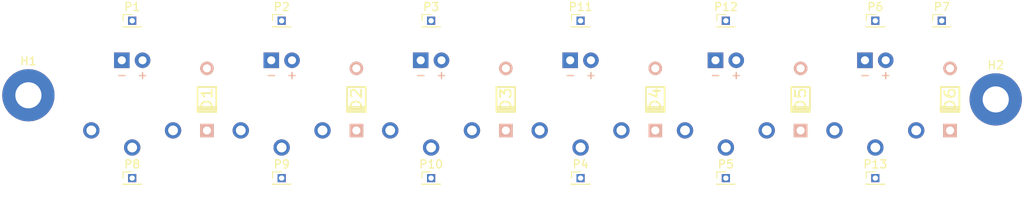
<source format=kicad_pcb>
(kicad_pcb (version 4) (host pcbnew 4.0.7)

  (general
    (links 30)
    (no_connects 30)
    (area 105.544999 61.338 231.259001 86.082)
    (thickness 1.6)
    (drawings 0)
    (tracks 0)
    (zones 0)
    (modules 27)
    (nets 14)
  )

  (page A4)
  (layers
    (0 F.Cu signal)
    (31 B.Cu signal)
    (32 B.Adhes user)
    (33 F.Adhes user)
    (34 B.Paste user)
    (35 F.Paste user)
    (36 B.SilkS user)
    (37 F.SilkS user)
    (38 B.Mask user)
    (39 F.Mask user)
    (40 Dwgs.User user)
    (41 Cmts.User user)
    (42 Eco1.User user)
    (43 Eco2.User user)
    (44 Edge.Cuts user)
    (45 Margin user)
    (46 B.CrtYd user)
    (47 F.CrtYd user)
    (48 B.Fab user)
    (49 F.Fab user)
  )

  (setup
    (last_trace_width 0.25)
    (trace_clearance 0.2)
    (zone_clearance 0.508)
    (zone_45_only no)
    (trace_min 0.2)
    (segment_width 0.2)
    (edge_width 0.1)
    (via_size 0.6)
    (via_drill 0.4)
    (via_min_size 0.4)
    (via_min_drill 0.3)
    (uvia_size 0.3)
    (uvia_drill 0.1)
    (uvias_allowed no)
    (uvia_min_size 0.2)
    (uvia_min_drill 0.1)
    (pcb_text_width 0.3)
    (pcb_text_size 1.5 1.5)
    (mod_edge_width 0.15)
    (mod_text_size 1 1)
    (mod_text_width 0.15)
    (pad_size 1.5 1.5)
    (pad_drill 0.6)
    (pad_to_mask_clearance 0)
    (aux_axis_origin 0 0)
    (visible_elements 7FFFFFFF)
    (pcbplotparams
      (layerselection 0x00030_80000001)
      (usegerberextensions false)
      (excludeedgelayer true)
      (linewidth 0.100000)
      (plotframeref false)
      (viasonmask false)
      (mode 1)
      (useauxorigin false)
      (hpglpennumber 1)
      (hpglpenspeed 20)
      (hpglpendiameter 15)
      (hpglpenoverlay 2)
      (psnegative false)
      (psa4output false)
      (plotreference true)
      (plotvalue true)
      (plotinvisibletext false)
      (padsonsilk false)
      (subtractmaskfromsilk false)
      (outputformat 1)
      (mirror false)
      (drillshape 1)
      (scaleselection 1)
      (outputdirectory ""))
  )

  (net 0 "")
  (net 1 row0)
  (net 2 "Net-(D1-Pad2)")
  (net 3 "Net-(D2-Pad2)")
  (net 4 "Net-(D3-Pad2)")
  (net 5 "Net-(D4-Pad2)")
  (net 6 "Net-(D5-Pad2)")
  (net 7 "Net-(D6-Pad2)")
  (net 8 col0)
  (net 9 col1)
  (net 10 col2)
  (net 11 col3)
  (net 12 col4)
  (net 13 col5)

  (net_class Default "これは標準のネット クラスです。"
    (clearance 0.2)
    (trace_width 0.25)
    (via_dia 0.6)
    (via_drill 0.4)
    (uvia_dia 0.3)
    (uvia_drill 0.1)
    (add_net "Net-(D1-Pad2)")
    (add_net "Net-(D2-Pad2)")
    (add_net "Net-(D3-Pad2)")
    (add_net "Net-(D4-Pad2)")
    (add_net "Net-(D5-Pad2)")
    (add_net "Net-(D6-Pad2)")
    (add_net col0)
    (add_net col1)
    (add_net col2)
    (add_net col3)
    (add_net col4)
    (add_net col5)
    (add_net row0)
  )

  (module keyboard:Diode (layer F.Cu) (tedit 549B02AC) (tstamp 5B11463B)
    (at 131.064 73.66 270)
    (path /5AFF8A98)
    (fp_text reference D1 (at 0 0 270) (layer F.SilkS)
      (effects (font (size 1.27 1.524) (thickness 0.2032)))
    )
    (fp_text value D (at 0 0 270) (layer F.SilkS) hide
      (effects (font (size 1.27 1.524) (thickness 0.2032)))
    )
    (fp_line (start 0.9 1.1) (end 0.9 -1.1) (layer F.SilkS) (width 0.15))
    (fp_line (start 1.1 -1.1) (end 1.1 1.1) (layer F.SilkS) (width 0.15))
    (fp_line (start 1.3 -1) (end 1.3 -1.1) (layer F.SilkS) (width 0.15))
    (fp_line (start 1.3 -1.1) (end 1.3 -1) (layer F.SilkS) (width 0.15))
    (fp_line (start 1.3 1.1) (end 1.3 -1) (layer F.SilkS) (width 0.15))
    (fp_line (start -1.524 -1.143) (end 1.524 -1.143) (layer F.SilkS) (width 0.2032))
    (fp_line (start 1.524 -1.143) (end 1.524 1.143) (layer F.SilkS) (width 0.2032))
    (fp_line (start 1.524 1.143) (end -1.524 1.143) (layer F.SilkS) (width 0.2032))
    (fp_line (start -1.524 1.143) (end -1.524 -1.143) (layer F.SilkS) (width 0.2032))
    (pad 1 thru_hole circle (at -3.81 0 270) (size 1.651 1.651) (drill 0.9906) (layers *.Cu *.SilkS *.Mask)
      (net 1 row0))
    (pad 2 thru_hole rect (at 3.81 0 270) (size 1.651 1.651) (drill 0.9906) (layers *.Cu *.SilkS *.Mask)
      (net 2 "Net-(D1-Pad2)"))
  )

  (module keyboard:Diode (layer F.Cu) (tedit 549B02AC) (tstamp 5B114641)
    (at 149.352 73.66 270)
    (path /5AFFA3A6)
    (fp_text reference D2 (at 0 0 270) (layer F.SilkS)
      (effects (font (size 1.27 1.524) (thickness 0.2032)))
    )
    (fp_text value D (at 0 0 270) (layer F.SilkS) hide
      (effects (font (size 1.27 1.524) (thickness 0.2032)))
    )
    (fp_line (start 0.9 1.1) (end 0.9 -1.1) (layer F.SilkS) (width 0.15))
    (fp_line (start 1.1 -1.1) (end 1.1 1.1) (layer F.SilkS) (width 0.15))
    (fp_line (start 1.3 -1) (end 1.3 -1.1) (layer F.SilkS) (width 0.15))
    (fp_line (start 1.3 -1.1) (end 1.3 -1) (layer F.SilkS) (width 0.15))
    (fp_line (start 1.3 1.1) (end 1.3 -1) (layer F.SilkS) (width 0.15))
    (fp_line (start -1.524 -1.143) (end 1.524 -1.143) (layer F.SilkS) (width 0.2032))
    (fp_line (start 1.524 -1.143) (end 1.524 1.143) (layer F.SilkS) (width 0.2032))
    (fp_line (start 1.524 1.143) (end -1.524 1.143) (layer F.SilkS) (width 0.2032))
    (fp_line (start -1.524 1.143) (end -1.524 -1.143) (layer F.SilkS) (width 0.2032))
    (pad 1 thru_hole circle (at -3.81 0 270) (size 1.651 1.651) (drill 0.9906) (layers *.Cu *.SilkS *.Mask)
      (net 1 row0))
    (pad 2 thru_hole rect (at 3.81 0 270) (size 1.651 1.651) (drill 0.9906) (layers *.Cu *.SilkS *.Mask)
      (net 3 "Net-(D2-Pad2)"))
  )

  (module keyboard:Diode (layer F.Cu) (tedit 549B02AC) (tstamp 5B114647)
    (at 167.64 73.66 270)
    (path /5AFFAD2E)
    (fp_text reference D3 (at 0 0 270) (layer F.SilkS)
      (effects (font (size 1.27 1.524) (thickness 0.2032)))
    )
    (fp_text value D (at 0 0 270) (layer F.SilkS) hide
      (effects (font (size 1.27 1.524) (thickness 0.2032)))
    )
    (fp_line (start 0.9 1.1) (end 0.9 -1.1) (layer F.SilkS) (width 0.15))
    (fp_line (start 1.1 -1.1) (end 1.1 1.1) (layer F.SilkS) (width 0.15))
    (fp_line (start 1.3 -1) (end 1.3 -1.1) (layer F.SilkS) (width 0.15))
    (fp_line (start 1.3 -1.1) (end 1.3 -1) (layer F.SilkS) (width 0.15))
    (fp_line (start 1.3 1.1) (end 1.3 -1) (layer F.SilkS) (width 0.15))
    (fp_line (start -1.524 -1.143) (end 1.524 -1.143) (layer F.SilkS) (width 0.2032))
    (fp_line (start 1.524 -1.143) (end 1.524 1.143) (layer F.SilkS) (width 0.2032))
    (fp_line (start 1.524 1.143) (end -1.524 1.143) (layer F.SilkS) (width 0.2032))
    (fp_line (start -1.524 1.143) (end -1.524 -1.143) (layer F.SilkS) (width 0.2032))
    (pad 1 thru_hole circle (at -3.81 0 270) (size 1.651 1.651) (drill 0.9906) (layers *.Cu *.SilkS *.Mask)
      (net 1 row0))
    (pad 2 thru_hole rect (at 3.81 0 270) (size 1.651 1.651) (drill 0.9906) (layers *.Cu *.SilkS *.Mask)
      (net 4 "Net-(D3-Pad2)"))
  )

  (module keyboard:Diode (layer F.Cu) (tedit 549B02AC) (tstamp 5B11464D)
    (at 185.928 73.66 270)
    (path /5AFFAF52)
    (fp_text reference D4 (at 0 0 270) (layer F.SilkS)
      (effects (font (size 1.27 1.524) (thickness 0.2032)))
    )
    (fp_text value D (at 0 0 270) (layer F.SilkS) hide
      (effects (font (size 1.27 1.524) (thickness 0.2032)))
    )
    (fp_line (start 0.9 1.1) (end 0.9 -1.1) (layer F.SilkS) (width 0.15))
    (fp_line (start 1.1 -1.1) (end 1.1 1.1) (layer F.SilkS) (width 0.15))
    (fp_line (start 1.3 -1) (end 1.3 -1.1) (layer F.SilkS) (width 0.15))
    (fp_line (start 1.3 -1.1) (end 1.3 -1) (layer F.SilkS) (width 0.15))
    (fp_line (start 1.3 1.1) (end 1.3 -1) (layer F.SilkS) (width 0.15))
    (fp_line (start -1.524 -1.143) (end 1.524 -1.143) (layer F.SilkS) (width 0.2032))
    (fp_line (start 1.524 -1.143) (end 1.524 1.143) (layer F.SilkS) (width 0.2032))
    (fp_line (start 1.524 1.143) (end -1.524 1.143) (layer F.SilkS) (width 0.2032))
    (fp_line (start -1.524 1.143) (end -1.524 -1.143) (layer F.SilkS) (width 0.2032))
    (pad 1 thru_hole circle (at -3.81 0 270) (size 1.651 1.651) (drill 0.9906) (layers *.Cu *.SilkS *.Mask)
      (net 1 row0))
    (pad 2 thru_hole rect (at 3.81 0 270) (size 1.651 1.651) (drill 0.9906) (layers *.Cu *.SilkS *.Mask)
      (net 5 "Net-(D4-Pad2)"))
  )

  (module keyboard:Diode (layer F.Cu) (tedit 549B02AC) (tstamp 5B114653)
    (at 203.708 73.66 270)
    (path /5AFFB3C6)
    (fp_text reference D5 (at 0 0 270) (layer F.SilkS)
      (effects (font (size 1.27 1.524) (thickness 0.2032)))
    )
    (fp_text value D (at 0 0 270) (layer F.SilkS) hide
      (effects (font (size 1.27 1.524) (thickness 0.2032)))
    )
    (fp_line (start 0.9 1.1) (end 0.9 -1.1) (layer F.SilkS) (width 0.15))
    (fp_line (start 1.1 -1.1) (end 1.1 1.1) (layer F.SilkS) (width 0.15))
    (fp_line (start 1.3 -1) (end 1.3 -1.1) (layer F.SilkS) (width 0.15))
    (fp_line (start 1.3 -1.1) (end 1.3 -1) (layer F.SilkS) (width 0.15))
    (fp_line (start 1.3 1.1) (end 1.3 -1) (layer F.SilkS) (width 0.15))
    (fp_line (start -1.524 -1.143) (end 1.524 -1.143) (layer F.SilkS) (width 0.2032))
    (fp_line (start 1.524 -1.143) (end 1.524 1.143) (layer F.SilkS) (width 0.2032))
    (fp_line (start 1.524 1.143) (end -1.524 1.143) (layer F.SilkS) (width 0.2032))
    (fp_line (start -1.524 1.143) (end -1.524 -1.143) (layer F.SilkS) (width 0.2032))
    (pad 1 thru_hole circle (at -3.81 0 270) (size 1.651 1.651) (drill 0.9906) (layers *.Cu *.SilkS *.Mask)
      (net 1 row0))
    (pad 2 thru_hole rect (at 3.81 0 270) (size 1.651 1.651) (drill 0.9906) (layers *.Cu *.SilkS *.Mask)
      (net 6 "Net-(D5-Pad2)"))
  )

  (module keyboard:Diode (layer F.Cu) (tedit 549B02AC) (tstamp 5B114659)
    (at 221.996 73.66 270)
    (path /5AFFBB2A)
    (fp_text reference D6 (at 0 0 270) (layer F.SilkS)
      (effects (font (size 1.27 1.524) (thickness 0.2032)))
    )
    (fp_text value D (at 0 0 270) (layer F.SilkS) hide
      (effects (font (size 1.27 1.524) (thickness 0.2032)))
    )
    (fp_line (start 0.9 1.1) (end 0.9 -1.1) (layer F.SilkS) (width 0.15))
    (fp_line (start 1.1 -1.1) (end 1.1 1.1) (layer F.SilkS) (width 0.15))
    (fp_line (start 1.3 -1) (end 1.3 -1.1) (layer F.SilkS) (width 0.15))
    (fp_line (start 1.3 -1.1) (end 1.3 -1) (layer F.SilkS) (width 0.15))
    (fp_line (start 1.3 1.1) (end 1.3 -1) (layer F.SilkS) (width 0.15))
    (fp_line (start -1.524 -1.143) (end 1.524 -1.143) (layer F.SilkS) (width 0.2032))
    (fp_line (start 1.524 -1.143) (end 1.524 1.143) (layer F.SilkS) (width 0.2032))
    (fp_line (start 1.524 1.143) (end -1.524 1.143) (layer F.SilkS) (width 0.2032))
    (fp_line (start -1.524 1.143) (end -1.524 -1.143) (layer F.SilkS) (width 0.2032))
    (pad 1 thru_hole circle (at -3.81 0 270) (size 1.651 1.651) (drill 0.9906) (layers *.Cu *.SilkS *.Mask)
      (net 1 row0))
    (pad 2 thru_hole rect (at 3.81 0 270) (size 1.651 1.651) (drill 0.9906) (layers *.Cu *.SilkS *.Mask)
      (net 7 "Net-(D6-Pad2)"))
  )

  (module Mounting_Holes:MountingHole_3.2mm_M3_Pad (layer F.Cu) (tedit 56D1B4CB) (tstamp 5B11465E)
    (at 109.22 73.152)
    (descr "Mounting Hole 3.2mm, M3")
    (tags "mounting hole 3.2mm m3")
    (path /5B0AB563)
    (attr virtual)
    (fp_text reference H1 (at 0 -4.2) (layer F.SilkS)
      (effects (font (size 1 1) (thickness 0.15)))
    )
    (fp_text value hole (at 0 4.2) (layer F.Fab)
      (effects (font (size 1 1) (thickness 0.15)))
    )
    (fp_text user %R (at 0.3 0) (layer F.Fab)
      (effects (font (size 1 1) (thickness 0.15)))
    )
    (fp_circle (center 0 0) (end 3.2 0) (layer Cmts.User) (width 0.15))
    (fp_circle (center 0 0) (end 3.45 0) (layer F.CrtYd) (width 0.05))
    (pad 1 thru_hole circle (at 0 0) (size 6.4 6.4) (drill 3.2) (layers *.Cu *.Mask))
  )

  (module Mounting_Holes:MountingHole_3.2mm_M3_Pad (layer F.Cu) (tedit 56D1B4CB) (tstamp 5B114663)
    (at 227.584 73.66)
    (descr "Mounting Hole 3.2mm, M3")
    (tags "mounting hole 3.2mm m3")
    (path /5B0AB1BD)
    (attr virtual)
    (fp_text reference H2 (at 0 -4.2) (layer F.SilkS)
      (effects (font (size 1 1) (thickness 0.15)))
    )
    (fp_text value hole (at 0 4.2) (layer F.Fab)
      (effects (font (size 1 1) (thickness 0.15)))
    )
    (fp_text user %R (at 0.3 0) (layer F.Fab)
      (effects (font (size 1 1) (thickness 0.15)))
    )
    (fp_circle (center 0 0) (end 3.2 0) (layer Cmts.User) (width 0.15))
    (fp_circle (center 0 0) (end 3.45 0) (layer F.CrtYd) (width 0.05))
    (pad 1 thru_hole circle (at 0 0) (size 6.4 6.4) (drill 3.2) (layers *.Cu *.Mask))
  )

  (module keyboard:Kailh-PG1350-1u-reversible (layer F.Cu) (tedit 5A612055) (tstamp 5B114694)
    (at 121.92 73.66)
    (path /5AFF728B)
    (fp_text reference SW1 (at 0 -7.14375 180) (layer Dwgs.User)
      (effects (font (size 1.27 1.524) (thickness 0.2032)))
    )
    (fp_text value SW_DIP_x01 (at 0 -5.08 180) (layer F.SilkS) hide
      (effects (font (size 1.27 1.524) (thickness 0.2032)))
    )
    (fp_text user - (at -1.26 -3 180) (layer B.SilkS)
      (effects (font (size 1 1) (thickness 0.15)) (justify mirror))
    )
    (fp_text user + (at 1.27 -3 180) (layer B.SilkS)
      (effects (font (size 1 1) (thickness 0.15)) (justify mirror))
    )
    (fp_text user - (at -1.26 -3 180) (layer F.SilkS)
      (effects (font (size 1 1) (thickness 0.15)))
    )
    (fp_text user + (at 1.27 -3 180) (layer F.SilkS)
      (effects (font (size 1 1) (thickness 0.15)))
    )
    (fp_line (start 6.9 6.9) (end -6.9 6.9) (layer Cmts.User) (width 0.1524))
    (fp_line (start -6.9 6.9) (end -6.9 -6.9) (layer Cmts.User) (width 0.1524))
    (fp_line (start -6.9 -6.9) (end 6.9 -6.9) (layer Cmts.User) (width 0.1524))
    (fp_line (start 6.9 -6.9) (end 6.9 6.9) (layer Cmts.User) (width 0.1524))
    (fp_line (start 9 8.5) (end -9 8.5) (layer Dwgs.User) (width 0.1524))
    (fp_line (start -9 8.5) (end -9 -8.5) (layer Dwgs.User) (width 0.1524))
    (fp_line (start -9 -8.5) (end 9 -8.5) (layer Dwgs.User) (width 0.1524))
    (fp_line (start 9 -8.5) (end 9 8.5) (layer Dwgs.User) (width 0.1524))
    (fp_line (start 7.5 7.5) (end -7.5 7.5) (layer Eco2.User) (width 0.1524))
    (fp_line (start -7.5 7.5) (end -7.5 -7.5) (layer Eco2.User) (width 0.1524))
    (fp_line (start -7.5 -7.5) (end 7.5 -7.5) (layer Eco2.User) (width 0.1524))
    (fp_line (start 7.5 -7.5) (end 7.5 7.5) (layer Eco2.User) (width 0.1524))
    (pad "" np_thru_hole circle (at -5.22 -4.2 180) (size 1.2 1.2) (drill 1.2) (layers *.Cu))
    (pad 2 thru_hole circle (at 5 3.8 41.9) (size 2 2) (drill 1.2) (layers *.Cu *.Mask)
      (net 2 "Net-(D1-Pad2)"))
    (pad "" np_thru_hole circle (at 5.22 -4.2 180) (size 1.2 1.2) (drill 1.2) (layers *.Cu))
    (pad "" np_thru_hole circle (at 0 0 180) (size 3.4 3.4) (drill 3.4) (layers *.Cu))
    (pad 4 thru_hole rect (at -1.27 -4.8 180) (size 1.905 1.905) (drill 0.9906) (layers *.Cu *.Mask))
    (pad 3 thru_hole circle (at 1.27 -4.8 180) (size 1.905 1.905) (drill 0.9906) (layers *.Cu *.Mask))
    (pad 1 thru_hole circle (at 0 5.9 180) (size 2 2) (drill 1.2) (layers *.Cu *.Mask)
      (net 8 col0))
    (pad 2 thru_hole circle (at -5 3.8 41.9) (size 2 2) (drill 1.2) (layers *.Cu *.Mask)
      (net 2 "Net-(D1-Pad2)"))
    (pad "" np_thru_hole circle (at -5.5 0 180) (size 1.7 1.7) (drill 1.7) (layers *.Cu))
    (pad "" np_thru_hole circle (at 5.5 0 180) (size 1.7 1.7) (drill 1.7) (layers *.Cu))
    (model /Users/danny/Documents/proj/custom-keyboard/kicad-libs/3d_models/mx-switch.wrl
      (at (xyz 0.294 0.294 0.234))
      (scale (xyz 0.4 0.4 0.4))
      (rotate (xyz 270 0 180))
    )
    (model /Users/danny/Documents/proj/custom-keyboard/kicad-libs/3d_models/SA-R3-1u.wrl
      (at (xyz 0 0 0.47))
      (scale (xyz 0.394 0.394 0.394))
      (rotate (xyz 270 0 0))
    )
  )

  (module keyboard:Kailh-PG1350-1u-reversible (layer F.Cu) (tedit 5A612055) (tstamp 5B1146A2)
    (at 140.208 73.66)
    (path /5AFF7642)
    (fp_text reference SW2 (at 0 -7.14375 180) (layer Dwgs.User)
      (effects (font (size 1.27 1.524) (thickness 0.2032)))
    )
    (fp_text value SW_DIP_x01 (at 0 -5.08 180) (layer F.SilkS) hide
      (effects (font (size 1.27 1.524) (thickness 0.2032)))
    )
    (fp_text user - (at -1.26 -3 180) (layer B.SilkS)
      (effects (font (size 1 1) (thickness 0.15)) (justify mirror))
    )
    (fp_text user + (at 1.27 -3 180) (layer B.SilkS)
      (effects (font (size 1 1) (thickness 0.15)) (justify mirror))
    )
    (fp_text user - (at -1.26 -3 180) (layer F.SilkS)
      (effects (font (size 1 1) (thickness 0.15)))
    )
    (fp_text user + (at 1.27 -3 180) (layer F.SilkS)
      (effects (font (size 1 1) (thickness 0.15)))
    )
    (fp_line (start 6.9 6.9) (end -6.9 6.9) (layer Cmts.User) (width 0.1524))
    (fp_line (start -6.9 6.9) (end -6.9 -6.9) (layer Cmts.User) (width 0.1524))
    (fp_line (start -6.9 -6.9) (end 6.9 -6.9) (layer Cmts.User) (width 0.1524))
    (fp_line (start 6.9 -6.9) (end 6.9 6.9) (layer Cmts.User) (width 0.1524))
    (fp_line (start 9 8.5) (end -9 8.5) (layer Dwgs.User) (width 0.1524))
    (fp_line (start -9 8.5) (end -9 -8.5) (layer Dwgs.User) (width 0.1524))
    (fp_line (start -9 -8.5) (end 9 -8.5) (layer Dwgs.User) (width 0.1524))
    (fp_line (start 9 -8.5) (end 9 8.5) (layer Dwgs.User) (width 0.1524))
    (fp_line (start 7.5 7.5) (end -7.5 7.5) (layer Eco2.User) (width 0.1524))
    (fp_line (start -7.5 7.5) (end -7.5 -7.5) (layer Eco2.User) (width 0.1524))
    (fp_line (start -7.5 -7.5) (end 7.5 -7.5) (layer Eco2.User) (width 0.1524))
    (fp_line (start 7.5 -7.5) (end 7.5 7.5) (layer Eco2.User) (width 0.1524))
    (pad "" np_thru_hole circle (at -5.22 -4.2 180) (size 1.2 1.2) (drill 1.2) (layers *.Cu))
    (pad 2 thru_hole circle (at 5 3.8 41.9) (size 2 2) (drill 1.2) (layers *.Cu *.Mask)
      (net 3 "Net-(D2-Pad2)"))
    (pad "" np_thru_hole circle (at 5.22 -4.2 180) (size 1.2 1.2) (drill 1.2) (layers *.Cu))
    (pad "" np_thru_hole circle (at 0 0 180) (size 3.4 3.4) (drill 3.4) (layers *.Cu))
    (pad 4 thru_hole rect (at -1.27 -4.8 180) (size 1.905 1.905) (drill 0.9906) (layers *.Cu *.Mask))
    (pad 3 thru_hole circle (at 1.27 -4.8 180) (size 1.905 1.905) (drill 0.9906) (layers *.Cu *.Mask))
    (pad 1 thru_hole circle (at 0 5.9 180) (size 2 2) (drill 1.2) (layers *.Cu *.Mask)
      (net 9 col1))
    (pad 2 thru_hole circle (at -5 3.8 41.9) (size 2 2) (drill 1.2) (layers *.Cu *.Mask)
      (net 3 "Net-(D2-Pad2)"))
    (pad "" np_thru_hole circle (at -5.5 0 180) (size 1.7 1.7) (drill 1.7) (layers *.Cu))
    (pad "" np_thru_hole circle (at 5.5 0 180) (size 1.7 1.7) (drill 1.7) (layers *.Cu))
    (model /Users/danny/Documents/proj/custom-keyboard/kicad-libs/3d_models/mx-switch.wrl
      (at (xyz 0.294 0.294 0.234))
      (scale (xyz 0.4 0.4 0.4))
      (rotate (xyz 270 0 180))
    )
    (model /Users/danny/Documents/proj/custom-keyboard/kicad-libs/3d_models/SA-R3-1u.wrl
      (at (xyz 0 0 0.47))
      (scale (xyz 0.394 0.394 0.394))
      (rotate (xyz 270 0 0))
    )
  )

  (module keyboard:Kailh-PG1350-1u-reversible (layer F.Cu) (tedit 5A612055) (tstamp 5B1146B0)
    (at 158.496 73.66)
    (path /5AFF78B2)
    (fp_text reference SW3 (at 0 -7.14375 180) (layer Dwgs.User)
      (effects (font (size 1.27 1.524) (thickness 0.2032)))
    )
    (fp_text value SW_DIP_x01 (at 0 -5.08 180) (layer F.SilkS) hide
      (effects (font (size 1.27 1.524) (thickness 0.2032)))
    )
    (fp_text user - (at -1.26 -3 180) (layer B.SilkS)
      (effects (font (size 1 1) (thickness 0.15)) (justify mirror))
    )
    (fp_text user + (at 1.27 -3 180) (layer B.SilkS)
      (effects (font (size 1 1) (thickness 0.15)) (justify mirror))
    )
    (fp_text user - (at -1.26 -3 180) (layer F.SilkS)
      (effects (font (size 1 1) (thickness 0.15)))
    )
    (fp_text user + (at 1.27 -3 180) (layer F.SilkS)
      (effects (font (size 1 1) (thickness 0.15)))
    )
    (fp_line (start 6.9 6.9) (end -6.9 6.9) (layer Cmts.User) (width 0.1524))
    (fp_line (start -6.9 6.9) (end -6.9 -6.9) (layer Cmts.User) (width 0.1524))
    (fp_line (start -6.9 -6.9) (end 6.9 -6.9) (layer Cmts.User) (width 0.1524))
    (fp_line (start 6.9 -6.9) (end 6.9 6.9) (layer Cmts.User) (width 0.1524))
    (fp_line (start 9 8.5) (end -9 8.5) (layer Dwgs.User) (width 0.1524))
    (fp_line (start -9 8.5) (end -9 -8.5) (layer Dwgs.User) (width 0.1524))
    (fp_line (start -9 -8.5) (end 9 -8.5) (layer Dwgs.User) (width 0.1524))
    (fp_line (start 9 -8.5) (end 9 8.5) (layer Dwgs.User) (width 0.1524))
    (fp_line (start 7.5 7.5) (end -7.5 7.5) (layer Eco2.User) (width 0.1524))
    (fp_line (start -7.5 7.5) (end -7.5 -7.5) (layer Eco2.User) (width 0.1524))
    (fp_line (start -7.5 -7.5) (end 7.5 -7.5) (layer Eco2.User) (width 0.1524))
    (fp_line (start 7.5 -7.5) (end 7.5 7.5) (layer Eco2.User) (width 0.1524))
    (pad "" np_thru_hole circle (at -5.22 -4.2 180) (size 1.2 1.2) (drill 1.2) (layers *.Cu))
    (pad 2 thru_hole circle (at 5 3.8 41.9) (size 2 2) (drill 1.2) (layers *.Cu *.Mask)
      (net 4 "Net-(D3-Pad2)"))
    (pad "" np_thru_hole circle (at 5.22 -4.2 180) (size 1.2 1.2) (drill 1.2) (layers *.Cu))
    (pad "" np_thru_hole circle (at 0 0 180) (size 3.4 3.4) (drill 3.4) (layers *.Cu))
    (pad 4 thru_hole rect (at -1.27 -4.8 180) (size 1.905 1.905) (drill 0.9906) (layers *.Cu *.Mask))
    (pad 3 thru_hole circle (at 1.27 -4.8 180) (size 1.905 1.905) (drill 0.9906) (layers *.Cu *.Mask))
    (pad 1 thru_hole circle (at 0 5.9 180) (size 2 2) (drill 1.2) (layers *.Cu *.Mask)
      (net 10 col2))
    (pad 2 thru_hole circle (at -5 3.8 41.9) (size 2 2) (drill 1.2) (layers *.Cu *.Mask)
      (net 4 "Net-(D3-Pad2)"))
    (pad "" np_thru_hole circle (at -5.5 0 180) (size 1.7 1.7) (drill 1.7) (layers *.Cu))
    (pad "" np_thru_hole circle (at 5.5 0 180) (size 1.7 1.7) (drill 1.7) (layers *.Cu))
    (model /Users/danny/Documents/proj/custom-keyboard/kicad-libs/3d_models/mx-switch.wrl
      (at (xyz 0.294 0.294 0.234))
      (scale (xyz 0.4 0.4 0.4))
      (rotate (xyz 270 0 180))
    )
    (model /Users/danny/Documents/proj/custom-keyboard/kicad-libs/3d_models/SA-R3-1u.wrl
      (at (xyz 0 0 0.47))
      (scale (xyz 0.394 0.394 0.394))
      (rotate (xyz 270 0 0))
    )
  )

  (module keyboard:Kailh-PG1350-1u-reversible (layer F.Cu) (tedit 5A612055) (tstamp 5B1146BE)
    (at 176.784 73.66)
    (path /5AFF78CE)
    (fp_text reference SW4 (at 0 -7.14375 180) (layer Dwgs.User)
      (effects (font (size 1.27 1.524) (thickness 0.2032)))
    )
    (fp_text value SW_DIP_x01 (at 0 -5.08 180) (layer F.SilkS) hide
      (effects (font (size 1.27 1.524) (thickness 0.2032)))
    )
    (fp_text user - (at -1.26 -3 180) (layer B.SilkS)
      (effects (font (size 1 1) (thickness 0.15)) (justify mirror))
    )
    (fp_text user + (at 1.27 -3 180) (layer B.SilkS)
      (effects (font (size 1 1) (thickness 0.15)) (justify mirror))
    )
    (fp_text user - (at -1.26 -3 180) (layer F.SilkS)
      (effects (font (size 1 1) (thickness 0.15)))
    )
    (fp_text user + (at 1.27 -3 180) (layer F.SilkS)
      (effects (font (size 1 1) (thickness 0.15)))
    )
    (fp_line (start 6.9 6.9) (end -6.9 6.9) (layer Cmts.User) (width 0.1524))
    (fp_line (start -6.9 6.9) (end -6.9 -6.9) (layer Cmts.User) (width 0.1524))
    (fp_line (start -6.9 -6.9) (end 6.9 -6.9) (layer Cmts.User) (width 0.1524))
    (fp_line (start 6.9 -6.9) (end 6.9 6.9) (layer Cmts.User) (width 0.1524))
    (fp_line (start 9 8.5) (end -9 8.5) (layer Dwgs.User) (width 0.1524))
    (fp_line (start -9 8.5) (end -9 -8.5) (layer Dwgs.User) (width 0.1524))
    (fp_line (start -9 -8.5) (end 9 -8.5) (layer Dwgs.User) (width 0.1524))
    (fp_line (start 9 -8.5) (end 9 8.5) (layer Dwgs.User) (width 0.1524))
    (fp_line (start 7.5 7.5) (end -7.5 7.5) (layer Eco2.User) (width 0.1524))
    (fp_line (start -7.5 7.5) (end -7.5 -7.5) (layer Eco2.User) (width 0.1524))
    (fp_line (start -7.5 -7.5) (end 7.5 -7.5) (layer Eco2.User) (width 0.1524))
    (fp_line (start 7.5 -7.5) (end 7.5 7.5) (layer Eco2.User) (width 0.1524))
    (pad "" np_thru_hole circle (at -5.22 -4.2 180) (size 1.2 1.2) (drill 1.2) (layers *.Cu))
    (pad 2 thru_hole circle (at 5 3.8 41.9) (size 2 2) (drill 1.2) (layers *.Cu *.Mask)
      (net 5 "Net-(D4-Pad2)"))
    (pad "" np_thru_hole circle (at 5.22 -4.2 180) (size 1.2 1.2) (drill 1.2) (layers *.Cu))
    (pad "" np_thru_hole circle (at 0 0 180) (size 3.4 3.4) (drill 3.4) (layers *.Cu))
    (pad 4 thru_hole rect (at -1.27 -4.8 180) (size 1.905 1.905) (drill 0.9906) (layers *.Cu *.Mask))
    (pad 3 thru_hole circle (at 1.27 -4.8 180) (size 1.905 1.905) (drill 0.9906) (layers *.Cu *.Mask))
    (pad 1 thru_hole circle (at 0 5.9 180) (size 2 2) (drill 1.2) (layers *.Cu *.Mask)
      (net 11 col3))
    (pad 2 thru_hole circle (at -5 3.8 41.9) (size 2 2) (drill 1.2) (layers *.Cu *.Mask)
      (net 5 "Net-(D4-Pad2)"))
    (pad "" np_thru_hole circle (at -5.5 0 180) (size 1.7 1.7) (drill 1.7) (layers *.Cu))
    (pad "" np_thru_hole circle (at 5.5 0 180) (size 1.7 1.7) (drill 1.7) (layers *.Cu))
    (model /Users/danny/Documents/proj/custom-keyboard/kicad-libs/3d_models/mx-switch.wrl
      (at (xyz 0.294 0.294 0.234))
      (scale (xyz 0.4 0.4 0.4))
      (rotate (xyz 270 0 180))
    )
    (model /Users/danny/Documents/proj/custom-keyboard/kicad-libs/3d_models/SA-R3-1u.wrl
      (at (xyz 0 0 0.47))
      (scale (xyz 0.394 0.394 0.394))
      (rotate (xyz 270 0 0))
    )
  )

  (module keyboard:Kailh-PG1350-1u-reversible (layer F.Cu) (tedit 5A612055) (tstamp 5B1146CC)
    (at 194.564 73.66)
    (path /5AFF7EF8)
    (fp_text reference SW5 (at 0 -7.14375 180) (layer Dwgs.User)
      (effects (font (size 1.27 1.524) (thickness 0.2032)))
    )
    (fp_text value SW_DIP_x01 (at 0 -5.08 180) (layer F.SilkS) hide
      (effects (font (size 1.27 1.524) (thickness 0.2032)))
    )
    (fp_text user - (at -1.26 -3 180) (layer B.SilkS)
      (effects (font (size 1 1) (thickness 0.15)) (justify mirror))
    )
    (fp_text user + (at 1.27 -3 180) (layer B.SilkS)
      (effects (font (size 1 1) (thickness 0.15)) (justify mirror))
    )
    (fp_text user - (at -1.26 -3 180) (layer F.SilkS)
      (effects (font (size 1 1) (thickness 0.15)))
    )
    (fp_text user + (at 1.27 -3 180) (layer F.SilkS)
      (effects (font (size 1 1) (thickness 0.15)))
    )
    (fp_line (start 6.9 6.9) (end -6.9 6.9) (layer Cmts.User) (width 0.1524))
    (fp_line (start -6.9 6.9) (end -6.9 -6.9) (layer Cmts.User) (width 0.1524))
    (fp_line (start -6.9 -6.9) (end 6.9 -6.9) (layer Cmts.User) (width 0.1524))
    (fp_line (start 6.9 -6.9) (end 6.9 6.9) (layer Cmts.User) (width 0.1524))
    (fp_line (start 9 8.5) (end -9 8.5) (layer Dwgs.User) (width 0.1524))
    (fp_line (start -9 8.5) (end -9 -8.5) (layer Dwgs.User) (width 0.1524))
    (fp_line (start -9 -8.5) (end 9 -8.5) (layer Dwgs.User) (width 0.1524))
    (fp_line (start 9 -8.5) (end 9 8.5) (layer Dwgs.User) (width 0.1524))
    (fp_line (start 7.5 7.5) (end -7.5 7.5) (layer Eco2.User) (width 0.1524))
    (fp_line (start -7.5 7.5) (end -7.5 -7.5) (layer Eco2.User) (width 0.1524))
    (fp_line (start -7.5 -7.5) (end 7.5 -7.5) (layer Eco2.User) (width 0.1524))
    (fp_line (start 7.5 -7.5) (end 7.5 7.5) (layer Eco2.User) (width 0.1524))
    (pad "" np_thru_hole circle (at -5.22 -4.2 180) (size 1.2 1.2) (drill 1.2) (layers *.Cu))
    (pad 2 thru_hole circle (at 5 3.8 41.9) (size 2 2) (drill 1.2) (layers *.Cu *.Mask)
      (net 6 "Net-(D5-Pad2)"))
    (pad "" np_thru_hole circle (at 5.22 -4.2 180) (size 1.2 1.2) (drill 1.2) (layers *.Cu))
    (pad "" np_thru_hole circle (at 0 0 180) (size 3.4 3.4) (drill 3.4) (layers *.Cu))
    (pad 4 thru_hole rect (at -1.27 -4.8 180) (size 1.905 1.905) (drill 0.9906) (layers *.Cu *.Mask))
    (pad 3 thru_hole circle (at 1.27 -4.8 180) (size 1.905 1.905) (drill 0.9906) (layers *.Cu *.Mask))
    (pad 1 thru_hole circle (at 0 5.9 180) (size 2 2) (drill 1.2) (layers *.Cu *.Mask)
      (net 12 col4))
    (pad 2 thru_hole circle (at -5 3.8 41.9) (size 2 2) (drill 1.2) (layers *.Cu *.Mask)
      (net 6 "Net-(D5-Pad2)"))
    (pad "" np_thru_hole circle (at -5.5 0 180) (size 1.7 1.7) (drill 1.7) (layers *.Cu))
    (pad "" np_thru_hole circle (at 5.5 0 180) (size 1.7 1.7) (drill 1.7) (layers *.Cu))
    (model /Users/danny/Documents/proj/custom-keyboard/kicad-libs/3d_models/mx-switch.wrl
      (at (xyz 0.294 0.294 0.234))
      (scale (xyz 0.4 0.4 0.4))
      (rotate (xyz 270 0 180))
    )
    (model /Users/danny/Documents/proj/custom-keyboard/kicad-libs/3d_models/SA-R3-1u.wrl
      (at (xyz 0 0 0.47))
      (scale (xyz 0.394 0.394 0.394))
      (rotate (xyz 270 0 0))
    )
  )

  (module keyboard:Kailh-PG1350-1u-reversible (layer F.Cu) (tedit 5A612055) (tstamp 5B1146DA)
    (at 212.852 73.66)
    (path /5AFF7F14)
    (fp_text reference SW6 (at 0 -7.14375 180) (layer Dwgs.User)
      (effects (font (size 1.27 1.524) (thickness 0.2032)))
    )
    (fp_text value SW_DIP_x01 (at 0 -5.08 180) (layer F.SilkS) hide
      (effects (font (size 1.27 1.524) (thickness 0.2032)))
    )
    (fp_text user - (at -1.26 -3 180) (layer B.SilkS)
      (effects (font (size 1 1) (thickness 0.15)) (justify mirror))
    )
    (fp_text user + (at 1.27 -3 180) (layer B.SilkS)
      (effects (font (size 1 1) (thickness 0.15)) (justify mirror))
    )
    (fp_text user - (at -1.26 -3 180) (layer F.SilkS)
      (effects (font (size 1 1) (thickness 0.15)))
    )
    (fp_text user + (at 1.27 -3 180) (layer F.SilkS)
      (effects (font (size 1 1) (thickness 0.15)))
    )
    (fp_line (start 6.9 6.9) (end -6.9 6.9) (layer Cmts.User) (width 0.1524))
    (fp_line (start -6.9 6.9) (end -6.9 -6.9) (layer Cmts.User) (width 0.1524))
    (fp_line (start -6.9 -6.9) (end 6.9 -6.9) (layer Cmts.User) (width 0.1524))
    (fp_line (start 6.9 -6.9) (end 6.9 6.9) (layer Cmts.User) (width 0.1524))
    (fp_line (start 9 8.5) (end -9 8.5) (layer Dwgs.User) (width 0.1524))
    (fp_line (start -9 8.5) (end -9 -8.5) (layer Dwgs.User) (width 0.1524))
    (fp_line (start -9 -8.5) (end 9 -8.5) (layer Dwgs.User) (width 0.1524))
    (fp_line (start 9 -8.5) (end 9 8.5) (layer Dwgs.User) (width 0.1524))
    (fp_line (start 7.5 7.5) (end -7.5 7.5) (layer Eco2.User) (width 0.1524))
    (fp_line (start -7.5 7.5) (end -7.5 -7.5) (layer Eco2.User) (width 0.1524))
    (fp_line (start -7.5 -7.5) (end 7.5 -7.5) (layer Eco2.User) (width 0.1524))
    (fp_line (start 7.5 -7.5) (end 7.5 7.5) (layer Eco2.User) (width 0.1524))
    (pad "" np_thru_hole circle (at -5.22 -4.2 180) (size 1.2 1.2) (drill 1.2) (layers *.Cu))
    (pad 2 thru_hole circle (at 5 3.8 41.9) (size 2 2) (drill 1.2) (layers *.Cu *.Mask)
      (net 7 "Net-(D6-Pad2)"))
    (pad "" np_thru_hole circle (at 5.22 -4.2 180) (size 1.2 1.2) (drill 1.2) (layers *.Cu))
    (pad "" np_thru_hole circle (at 0 0 180) (size 3.4 3.4) (drill 3.4) (layers *.Cu))
    (pad 4 thru_hole rect (at -1.27 -4.8 180) (size 1.905 1.905) (drill 0.9906) (layers *.Cu *.Mask))
    (pad 3 thru_hole circle (at 1.27 -4.8 180) (size 1.905 1.905) (drill 0.9906) (layers *.Cu *.Mask))
    (pad 1 thru_hole circle (at 0 5.9 180) (size 2 2) (drill 1.2) (layers *.Cu *.Mask)
      (net 13 col5))
    (pad 2 thru_hole circle (at -5 3.8 41.9) (size 2 2) (drill 1.2) (layers *.Cu *.Mask)
      (net 7 "Net-(D6-Pad2)"))
    (pad "" np_thru_hole circle (at -5.5 0 180) (size 1.7 1.7) (drill 1.7) (layers *.Cu))
    (pad "" np_thru_hole circle (at 5.5 0 180) (size 1.7 1.7) (drill 1.7) (layers *.Cu))
    (model /Users/danny/Documents/proj/custom-keyboard/kicad-libs/3d_models/mx-switch.wrl
      (at (xyz 0.294 0.294 0.234))
      (scale (xyz 0.4 0.4 0.4))
      (rotate (xyz 270 0 180))
    )
    (model /Users/danny/Documents/proj/custom-keyboard/kicad-libs/3d_models/SA-R3-1u.wrl
      (at (xyz 0 0 0.47))
      (scale (xyz 0.394 0.394 0.394))
      (rotate (xyz 270 0 0))
    )
  )

  (module Pin_Headers:Pin_Header_Straight_1x01_Pitch1.27mm (layer F.Cu) (tedit 59650535) (tstamp 5B114A91)
    (at 121.92 64.008)
    (descr "Through hole straight pin header, 1x01, 1.27mm pitch, single row")
    (tags "Through hole pin header THT 1x01 1.27mm single row")
    (path /5B11CCBC)
    (fp_text reference P1 (at 0 -1.695) (layer F.SilkS)
      (effects (font (size 1 1) (thickness 0.15)))
    )
    (fp_text value 1pin (at 0 1.695) (layer F.Fab)
      (effects (font (size 1 1) (thickness 0.15)))
    )
    (fp_line (start -0.525 -0.635) (end 1.05 -0.635) (layer F.Fab) (width 0.1))
    (fp_line (start 1.05 -0.635) (end 1.05 0.635) (layer F.Fab) (width 0.1))
    (fp_line (start 1.05 0.635) (end -1.05 0.635) (layer F.Fab) (width 0.1))
    (fp_line (start -1.05 0.635) (end -1.05 -0.11) (layer F.Fab) (width 0.1))
    (fp_line (start -1.05 -0.11) (end -0.525 -0.635) (layer F.Fab) (width 0.1))
    (fp_line (start -1.11 0.76) (end 1.11 0.76) (layer F.SilkS) (width 0.12))
    (fp_line (start -1.11 0.76) (end -1.11 0.695) (layer F.SilkS) (width 0.12))
    (fp_line (start 1.11 0.76) (end 1.11 0.695) (layer F.SilkS) (width 0.12))
    (fp_line (start -1.11 0.76) (end -0.563471 0.76) (layer F.SilkS) (width 0.12))
    (fp_line (start 0.563471 0.76) (end 1.11 0.76) (layer F.SilkS) (width 0.12))
    (fp_line (start -1.11 0) (end -1.11 -0.76) (layer F.SilkS) (width 0.12))
    (fp_line (start -1.11 -0.76) (end 0 -0.76) (layer F.SilkS) (width 0.12))
    (fp_line (start -1.55 -1.15) (end -1.55 1.15) (layer F.CrtYd) (width 0.05))
    (fp_line (start -1.55 1.15) (end 1.55 1.15) (layer F.CrtYd) (width 0.05))
    (fp_line (start 1.55 1.15) (end 1.55 -1.15) (layer F.CrtYd) (width 0.05))
    (fp_line (start 1.55 -1.15) (end -1.55 -1.15) (layer F.CrtYd) (width 0.05))
    (fp_text user %R (at 0 0 90) (layer F.Fab)
      (effects (font (size 1 1) (thickness 0.15)))
    )
    (pad 1 thru_hole rect (at 0 0) (size 1 1) (drill 0.65) (layers *.Cu *.Mask)
      (net 8 col0))
    (model ${KISYS3DMOD}/Pin_Headers.3dshapes/Pin_Header_Straight_1x01_Pitch1.27mm.wrl
      (at (xyz 0 0 0))
      (scale (xyz 1 1 1))
      (rotate (xyz 0 0 0))
    )
  )

  (module Pin_Headers:Pin_Header_Straight_1x01_Pitch1.27mm (layer F.Cu) (tedit 59650535) (tstamp 5B114AA7)
    (at 140.208 64.008)
    (descr "Through hole straight pin header, 1x01, 1.27mm pitch, single row")
    (tags "Through hole pin header THT 1x01 1.27mm single row")
    (path /5B11CC1A)
    (fp_text reference P2 (at 0 -1.695) (layer F.SilkS)
      (effects (font (size 1 1) (thickness 0.15)))
    )
    (fp_text value 1pin (at 0 1.695) (layer F.Fab)
      (effects (font (size 1 1) (thickness 0.15)))
    )
    (fp_line (start -0.525 -0.635) (end 1.05 -0.635) (layer F.Fab) (width 0.1))
    (fp_line (start 1.05 -0.635) (end 1.05 0.635) (layer F.Fab) (width 0.1))
    (fp_line (start 1.05 0.635) (end -1.05 0.635) (layer F.Fab) (width 0.1))
    (fp_line (start -1.05 0.635) (end -1.05 -0.11) (layer F.Fab) (width 0.1))
    (fp_line (start -1.05 -0.11) (end -0.525 -0.635) (layer F.Fab) (width 0.1))
    (fp_line (start -1.11 0.76) (end 1.11 0.76) (layer F.SilkS) (width 0.12))
    (fp_line (start -1.11 0.76) (end -1.11 0.695) (layer F.SilkS) (width 0.12))
    (fp_line (start 1.11 0.76) (end 1.11 0.695) (layer F.SilkS) (width 0.12))
    (fp_line (start -1.11 0.76) (end -0.563471 0.76) (layer F.SilkS) (width 0.12))
    (fp_line (start 0.563471 0.76) (end 1.11 0.76) (layer F.SilkS) (width 0.12))
    (fp_line (start -1.11 0) (end -1.11 -0.76) (layer F.SilkS) (width 0.12))
    (fp_line (start -1.11 -0.76) (end 0 -0.76) (layer F.SilkS) (width 0.12))
    (fp_line (start -1.55 -1.15) (end -1.55 1.15) (layer F.CrtYd) (width 0.05))
    (fp_line (start -1.55 1.15) (end 1.55 1.15) (layer F.CrtYd) (width 0.05))
    (fp_line (start 1.55 1.15) (end 1.55 -1.15) (layer F.CrtYd) (width 0.05))
    (fp_line (start 1.55 -1.15) (end -1.55 -1.15) (layer F.CrtYd) (width 0.05))
    (fp_text user %R (at 0 0 90) (layer F.Fab)
      (effects (font (size 1 1) (thickness 0.15)))
    )
    (pad 1 thru_hole rect (at 0 0) (size 1 1) (drill 0.65) (layers *.Cu *.Mask)
      (net 9 col1))
    (model ${KISYS3DMOD}/Pin_Headers.3dshapes/Pin_Header_Straight_1x01_Pitch1.27mm.wrl
      (at (xyz 0 0 0))
      (scale (xyz 1 1 1))
      (rotate (xyz 0 0 0))
    )
  )

  (module Pin_Headers:Pin_Header_Straight_1x01_Pitch1.27mm (layer F.Cu) (tedit 59650535) (tstamp 5B114ABD)
    (at 158.496 64.008)
    (descr "Through hole straight pin header, 1x01, 1.27mm pitch, single row")
    (tags "Through hole pin header THT 1x01 1.27mm single row")
    (path /5B11B18D)
    (fp_text reference P3 (at 0 -1.695) (layer F.SilkS)
      (effects (font (size 1 1) (thickness 0.15)))
    )
    (fp_text value 1pin (at 0 1.695) (layer F.Fab)
      (effects (font (size 1 1) (thickness 0.15)))
    )
    (fp_line (start -0.525 -0.635) (end 1.05 -0.635) (layer F.Fab) (width 0.1))
    (fp_line (start 1.05 -0.635) (end 1.05 0.635) (layer F.Fab) (width 0.1))
    (fp_line (start 1.05 0.635) (end -1.05 0.635) (layer F.Fab) (width 0.1))
    (fp_line (start -1.05 0.635) (end -1.05 -0.11) (layer F.Fab) (width 0.1))
    (fp_line (start -1.05 -0.11) (end -0.525 -0.635) (layer F.Fab) (width 0.1))
    (fp_line (start -1.11 0.76) (end 1.11 0.76) (layer F.SilkS) (width 0.12))
    (fp_line (start -1.11 0.76) (end -1.11 0.695) (layer F.SilkS) (width 0.12))
    (fp_line (start 1.11 0.76) (end 1.11 0.695) (layer F.SilkS) (width 0.12))
    (fp_line (start -1.11 0.76) (end -0.563471 0.76) (layer F.SilkS) (width 0.12))
    (fp_line (start 0.563471 0.76) (end 1.11 0.76) (layer F.SilkS) (width 0.12))
    (fp_line (start -1.11 0) (end -1.11 -0.76) (layer F.SilkS) (width 0.12))
    (fp_line (start -1.11 -0.76) (end 0 -0.76) (layer F.SilkS) (width 0.12))
    (fp_line (start -1.55 -1.15) (end -1.55 1.15) (layer F.CrtYd) (width 0.05))
    (fp_line (start -1.55 1.15) (end 1.55 1.15) (layer F.CrtYd) (width 0.05))
    (fp_line (start 1.55 1.15) (end 1.55 -1.15) (layer F.CrtYd) (width 0.05))
    (fp_line (start 1.55 -1.15) (end -1.55 -1.15) (layer F.CrtYd) (width 0.05))
    (fp_text user %R (at 0 0 90) (layer F.Fab)
      (effects (font (size 1 1) (thickness 0.15)))
    )
    (pad 1 thru_hole rect (at 0 0) (size 1 1) (drill 0.65) (layers *.Cu *.Mask)
      (net 10 col2))
    (model ${KISYS3DMOD}/Pin_Headers.3dshapes/Pin_Header_Straight_1x01_Pitch1.27mm.wrl
      (at (xyz 0 0 0))
      (scale (xyz 1 1 1))
      (rotate (xyz 0 0 0))
    )
  )

  (module Pin_Headers:Pin_Header_Straight_1x01_Pitch1.27mm (layer F.Cu) (tedit 59650535) (tstamp 5B114AD3)
    (at 176.784 83.312)
    (descr "Through hole straight pin header, 1x01, 1.27mm pitch, single row")
    (tags "Through hole pin header THT 1x01 1.27mm single row")
    (path /5B11B29A)
    (fp_text reference P4 (at 0 -1.695) (layer F.SilkS)
      (effects (font (size 1 1) (thickness 0.15)))
    )
    (fp_text value 1pin (at 0 1.695) (layer F.Fab)
      (effects (font (size 1 1) (thickness 0.15)))
    )
    (fp_line (start -0.525 -0.635) (end 1.05 -0.635) (layer F.Fab) (width 0.1))
    (fp_line (start 1.05 -0.635) (end 1.05 0.635) (layer F.Fab) (width 0.1))
    (fp_line (start 1.05 0.635) (end -1.05 0.635) (layer F.Fab) (width 0.1))
    (fp_line (start -1.05 0.635) (end -1.05 -0.11) (layer F.Fab) (width 0.1))
    (fp_line (start -1.05 -0.11) (end -0.525 -0.635) (layer F.Fab) (width 0.1))
    (fp_line (start -1.11 0.76) (end 1.11 0.76) (layer F.SilkS) (width 0.12))
    (fp_line (start -1.11 0.76) (end -1.11 0.695) (layer F.SilkS) (width 0.12))
    (fp_line (start 1.11 0.76) (end 1.11 0.695) (layer F.SilkS) (width 0.12))
    (fp_line (start -1.11 0.76) (end -0.563471 0.76) (layer F.SilkS) (width 0.12))
    (fp_line (start 0.563471 0.76) (end 1.11 0.76) (layer F.SilkS) (width 0.12))
    (fp_line (start -1.11 0) (end -1.11 -0.76) (layer F.SilkS) (width 0.12))
    (fp_line (start -1.11 -0.76) (end 0 -0.76) (layer F.SilkS) (width 0.12))
    (fp_line (start -1.55 -1.15) (end -1.55 1.15) (layer F.CrtYd) (width 0.05))
    (fp_line (start -1.55 1.15) (end 1.55 1.15) (layer F.CrtYd) (width 0.05))
    (fp_line (start 1.55 1.15) (end 1.55 -1.15) (layer F.CrtYd) (width 0.05))
    (fp_line (start 1.55 -1.15) (end -1.55 -1.15) (layer F.CrtYd) (width 0.05))
    (fp_text user %R (at 0 0 90) (layer F.Fab)
      (effects (font (size 1 1) (thickness 0.15)))
    )
    (pad 1 thru_hole rect (at 0 0) (size 1 1) (drill 0.65) (layers *.Cu *.Mask)
      (net 11 col3))
    (model ${KISYS3DMOD}/Pin_Headers.3dshapes/Pin_Header_Straight_1x01_Pitch1.27mm.wrl
      (at (xyz 0 0 0))
      (scale (xyz 1 1 1))
      (rotate (xyz 0 0 0))
    )
  )

  (module Pin_Headers:Pin_Header_Straight_1x01_Pitch1.27mm (layer F.Cu) (tedit 59650535) (tstamp 5B114AE9)
    (at 194.564 83.312)
    (descr "Through hole straight pin header, 1x01, 1.27mm pitch, single row")
    (tags "Through hole pin header THT 1x01 1.27mm single row")
    (path /5B11D300)
    (fp_text reference P5 (at 0 -1.695) (layer F.SilkS)
      (effects (font (size 1 1) (thickness 0.15)))
    )
    (fp_text value 1pin (at 0 1.695) (layer F.Fab)
      (effects (font (size 1 1) (thickness 0.15)))
    )
    (fp_line (start -0.525 -0.635) (end 1.05 -0.635) (layer F.Fab) (width 0.1))
    (fp_line (start 1.05 -0.635) (end 1.05 0.635) (layer F.Fab) (width 0.1))
    (fp_line (start 1.05 0.635) (end -1.05 0.635) (layer F.Fab) (width 0.1))
    (fp_line (start -1.05 0.635) (end -1.05 -0.11) (layer F.Fab) (width 0.1))
    (fp_line (start -1.05 -0.11) (end -0.525 -0.635) (layer F.Fab) (width 0.1))
    (fp_line (start -1.11 0.76) (end 1.11 0.76) (layer F.SilkS) (width 0.12))
    (fp_line (start -1.11 0.76) (end -1.11 0.695) (layer F.SilkS) (width 0.12))
    (fp_line (start 1.11 0.76) (end 1.11 0.695) (layer F.SilkS) (width 0.12))
    (fp_line (start -1.11 0.76) (end -0.563471 0.76) (layer F.SilkS) (width 0.12))
    (fp_line (start 0.563471 0.76) (end 1.11 0.76) (layer F.SilkS) (width 0.12))
    (fp_line (start -1.11 0) (end -1.11 -0.76) (layer F.SilkS) (width 0.12))
    (fp_line (start -1.11 -0.76) (end 0 -0.76) (layer F.SilkS) (width 0.12))
    (fp_line (start -1.55 -1.15) (end -1.55 1.15) (layer F.CrtYd) (width 0.05))
    (fp_line (start -1.55 1.15) (end 1.55 1.15) (layer F.CrtYd) (width 0.05))
    (fp_line (start 1.55 1.15) (end 1.55 -1.15) (layer F.CrtYd) (width 0.05))
    (fp_line (start 1.55 -1.15) (end -1.55 -1.15) (layer F.CrtYd) (width 0.05))
    (fp_text user %R (at 0 0 90) (layer F.Fab)
      (effects (font (size 1 1) (thickness 0.15)))
    )
    (pad 1 thru_hole rect (at 0 0) (size 1 1) (drill 0.65) (layers *.Cu *.Mask)
      (net 12 col4))
    (model ${KISYS3DMOD}/Pin_Headers.3dshapes/Pin_Header_Straight_1x01_Pitch1.27mm.wrl
      (at (xyz 0 0 0))
      (scale (xyz 1 1 1))
      (rotate (xyz 0 0 0))
    )
  )

  (module Pin_Headers:Pin_Header_Straight_1x01_Pitch1.27mm (layer F.Cu) (tedit 59650535) (tstamp 5B114AFF)
    (at 212.852 64.008)
    (descr "Through hole straight pin header, 1x01, 1.27mm pitch, single row")
    (tags "Through hole pin header THT 1x01 1.27mm single row")
    (path /5B11D362)
    (fp_text reference P6 (at 0 -1.695) (layer F.SilkS)
      (effects (font (size 1 1) (thickness 0.15)))
    )
    (fp_text value 1pin (at 0 1.695) (layer F.Fab)
      (effects (font (size 1 1) (thickness 0.15)))
    )
    (fp_line (start -0.525 -0.635) (end 1.05 -0.635) (layer F.Fab) (width 0.1))
    (fp_line (start 1.05 -0.635) (end 1.05 0.635) (layer F.Fab) (width 0.1))
    (fp_line (start 1.05 0.635) (end -1.05 0.635) (layer F.Fab) (width 0.1))
    (fp_line (start -1.05 0.635) (end -1.05 -0.11) (layer F.Fab) (width 0.1))
    (fp_line (start -1.05 -0.11) (end -0.525 -0.635) (layer F.Fab) (width 0.1))
    (fp_line (start -1.11 0.76) (end 1.11 0.76) (layer F.SilkS) (width 0.12))
    (fp_line (start -1.11 0.76) (end -1.11 0.695) (layer F.SilkS) (width 0.12))
    (fp_line (start 1.11 0.76) (end 1.11 0.695) (layer F.SilkS) (width 0.12))
    (fp_line (start -1.11 0.76) (end -0.563471 0.76) (layer F.SilkS) (width 0.12))
    (fp_line (start 0.563471 0.76) (end 1.11 0.76) (layer F.SilkS) (width 0.12))
    (fp_line (start -1.11 0) (end -1.11 -0.76) (layer F.SilkS) (width 0.12))
    (fp_line (start -1.11 -0.76) (end 0 -0.76) (layer F.SilkS) (width 0.12))
    (fp_line (start -1.55 -1.15) (end -1.55 1.15) (layer F.CrtYd) (width 0.05))
    (fp_line (start -1.55 1.15) (end 1.55 1.15) (layer F.CrtYd) (width 0.05))
    (fp_line (start 1.55 1.15) (end 1.55 -1.15) (layer F.CrtYd) (width 0.05))
    (fp_line (start 1.55 -1.15) (end -1.55 -1.15) (layer F.CrtYd) (width 0.05))
    (fp_text user %R (at 0 0 90) (layer F.Fab)
      (effects (font (size 1 1) (thickness 0.15)))
    )
    (pad 1 thru_hole rect (at 0 0) (size 1 1) (drill 0.65) (layers *.Cu *.Mask)
      (net 13 col5))
    (model ${KISYS3DMOD}/Pin_Headers.3dshapes/Pin_Header_Straight_1x01_Pitch1.27mm.wrl
      (at (xyz 0 0 0))
      (scale (xyz 1 1 1))
      (rotate (xyz 0 0 0))
    )
  )

  (module Pin_Headers:Pin_Header_Straight_1x01_Pitch1.27mm (layer F.Cu) (tedit 59650535) (tstamp 5B114B15)
    (at 220.98 64.008)
    (descr "Through hole straight pin header, 1x01, 1.27mm pitch, single row")
    (tags "Through hole pin header THT 1x01 1.27mm single row")
    (path /5B11DB38)
    (fp_text reference P7 (at 0 -1.695) (layer F.SilkS)
      (effects (font (size 1 1) (thickness 0.15)))
    )
    (fp_text value 1pin (at 0 1.695) (layer F.Fab)
      (effects (font (size 1 1) (thickness 0.15)))
    )
    (fp_line (start -0.525 -0.635) (end 1.05 -0.635) (layer F.Fab) (width 0.1))
    (fp_line (start 1.05 -0.635) (end 1.05 0.635) (layer F.Fab) (width 0.1))
    (fp_line (start 1.05 0.635) (end -1.05 0.635) (layer F.Fab) (width 0.1))
    (fp_line (start -1.05 0.635) (end -1.05 -0.11) (layer F.Fab) (width 0.1))
    (fp_line (start -1.05 -0.11) (end -0.525 -0.635) (layer F.Fab) (width 0.1))
    (fp_line (start -1.11 0.76) (end 1.11 0.76) (layer F.SilkS) (width 0.12))
    (fp_line (start -1.11 0.76) (end -1.11 0.695) (layer F.SilkS) (width 0.12))
    (fp_line (start 1.11 0.76) (end 1.11 0.695) (layer F.SilkS) (width 0.12))
    (fp_line (start -1.11 0.76) (end -0.563471 0.76) (layer F.SilkS) (width 0.12))
    (fp_line (start 0.563471 0.76) (end 1.11 0.76) (layer F.SilkS) (width 0.12))
    (fp_line (start -1.11 0) (end -1.11 -0.76) (layer F.SilkS) (width 0.12))
    (fp_line (start -1.11 -0.76) (end 0 -0.76) (layer F.SilkS) (width 0.12))
    (fp_line (start -1.55 -1.15) (end -1.55 1.15) (layer F.CrtYd) (width 0.05))
    (fp_line (start -1.55 1.15) (end 1.55 1.15) (layer F.CrtYd) (width 0.05))
    (fp_line (start 1.55 1.15) (end 1.55 -1.15) (layer F.CrtYd) (width 0.05))
    (fp_line (start 1.55 -1.15) (end -1.55 -1.15) (layer F.CrtYd) (width 0.05))
    (fp_text user %R (at 0 0 90) (layer F.Fab)
      (effects (font (size 1 1) (thickness 0.15)))
    )
    (pad 1 thru_hole rect (at 0 0) (size 1 1) (drill 0.65) (layers *.Cu *.Mask)
      (net 1 row0))
    (model ${KISYS3DMOD}/Pin_Headers.3dshapes/Pin_Header_Straight_1x01_Pitch1.27mm.wrl
      (at (xyz 0 0 0))
      (scale (xyz 1 1 1))
      (rotate (xyz 0 0 0))
    )
  )

  (module Pin_Headers:Pin_Header_Straight_1x01_Pitch1.27mm (layer F.Cu) (tedit 59650535) (tstamp 5B114B2B)
    (at 121.92 83.312)
    (descr "Through hole straight pin header, 1x01, 1.27mm pitch, single row")
    (tags "Through hole pin header THT 1x01 1.27mm single row")
    (path /5B11F5F9)
    (fp_text reference P8 (at 0 -1.695) (layer F.SilkS)
      (effects (font (size 1 1) (thickness 0.15)))
    )
    (fp_text value 1pin (at 0 1.695) (layer F.Fab)
      (effects (font (size 1 1) (thickness 0.15)))
    )
    (fp_line (start -0.525 -0.635) (end 1.05 -0.635) (layer F.Fab) (width 0.1))
    (fp_line (start 1.05 -0.635) (end 1.05 0.635) (layer F.Fab) (width 0.1))
    (fp_line (start 1.05 0.635) (end -1.05 0.635) (layer F.Fab) (width 0.1))
    (fp_line (start -1.05 0.635) (end -1.05 -0.11) (layer F.Fab) (width 0.1))
    (fp_line (start -1.05 -0.11) (end -0.525 -0.635) (layer F.Fab) (width 0.1))
    (fp_line (start -1.11 0.76) (end 1.11 0.76) (layer F.SilkS) (width 0.12))
    (fp_line (start -1.11 0.76) (end -1.11 0.695) (layer F.SilkS) (width 0.12))
    (fp_line (start 1.11 0.76) (end 1.11 0.695) (layer F.SilkS) (width 0.12))
    (fp_line (start -1.11 0.76) (end -0.563471 0.76) (layer F.SilkS) (width 0.12))
    (fp_line (start 0.563471 0.76) (end 1.11 0.76) (layer F.SilkS) (width 0.12))
    (fp_line (start -1.11 0) (end -1.11 -0.76) (layer F.SilkS) (width 0.12))
    (fp_line (start -1.11 -0.76) (end 0 -0.76) (layer F.SilkS) (width 0.12))
    (fp_line (start -1.55 -1.15) (end -1.55 1.15) (layer F.CrtYd) (width 0.05))
    (fp_line (start -1.55 1.15) (end 1.55 1.15) (layer F.CrtYd) (width 0.05))
    (fp_line (start 1.55 1.15) (end 1.55 -1.15) (layer F.CrtYd) (width 0.05))
    (fp_line (start 1.55 -1.15) (end -1.55 -1.15) (layer F.CrtYd) (width 0.05))
    (fp_text user %R (at 0 0 90) (layer F.Fab)
      (effects (font (size 1 1) (thickness 0.15)))
    )
    (pad 1 thru_hole rect (at 0 0) (size 1 1) (drill 0.65) (layers *.Cu *.Mask)
      (net 8 col0))
    (model ${KISYS3DMOD}/Pin_Headers.3dshapes/Pin_Header_Straight_1x01_Pitch1.27mm.wrl
      (at (xyz 0 0 0))
      (scale (xyz 1 1 1))
      (rotate (xyz 0 0 0))
    )
  )

  (module Pin_Headers:Pin_Header_Straight_1x01_Pitch1.27mm (layer F.Cu) (tedit 59650535) (tstamp 5B114B41)
    (at 140.208 83.312)
    (descr "Through hole straight pin header, 1x01, 1.27mm pitch, single row")
    (tags "Through hole pin header THT 1x01 1.27mm single row")
    (path /5B11F5F3)
    (fp_text reference P9 (at 0 -1.695) (layer F.SilkS)
      (effects (font (size 1 1) (thickness 0.15)))
    )
    (fp_text value 1pin (at 0 1.695) (layer F.Fab)
      (effects (font (size 1 1) (thickness 0.15)))
    )
    (fp_line (start -0.525 -0.635) (end 1.05 -0.635) (layer F.Fab) (width 0.1))
    (fp_line (start 1.05 -0.635) (end 1.05 0.635) (layer F.Fab) (width 0.1))
    (fp_line (start 1.05 0.635) (end -1.05 0.635) (layer F.Fab) (width 0.1))
    (fp_line (start -1.05 0.635) (end -1.05 -0.11) (layer F.Fab) (width 0.1))
    (fp_line (start -1.05 -0.11) (end -0.525 -0.635) (layer F.Fab) (width 0.1))
    (fp_line (start -1.11 0.76) (end 1.11 0.76) (layer F.SilkS) (width 0.12))
    (fp_line (start -1.11 0.76) (end -1.11 0.695) (layer F.SilkS) (width 0.12))
    (fp_line (start 1.11 0.76) (end 1.11 0.695) (layer F.SilkS) (width 0.12))
    (fp_line (start -1.11 0.76) (end -0.563471 0.76) (layer F.SilkS) (width 0.12))
    (fp_line (start 0.563471 0.76) (end 1.11 0.76) (layer F.SilkS) (width 0.12))
    (fp_line (start -1.11 0) (end -1.11 -0.76) (layer F.SilkS) (width 0.12))
    (fp_line (start -1.11 -0.76) (end 0 -0.76) (layer F.SilkS) (width 0.12))
    (fp_line (start -1.55 -1.15) (end -1.55 1.15) (layer F.CrtYd) (width 0.05))
    (fp_line (start -1.55 1.15) (end 1.55 1.15) (layer F.CrtYd) (width 0.05))
    (fp_line (start 1.55 1.15) (end 1.55 -1.15) (layer F.CrtYd) (width 0.05))
    (fp_line (start 1.55 -1.15) (end -1.55 -1.15) (layer F.CrtYd) (width 0.05))
    (fp_text user %R (at 0 0 90) (layer F.Fab)
      (effects (font (size 1 1) (thickness 0.15)))
    )
    (pad 1 thru_hole rect (at 0 0) (size 1 1) (drill 0.65) (layers *.Cu *.Mask)
      (net 9 col1))
    (model ${KISYS3DMOD}/Pin_Headers.3dshapes/Pin_Header_Straight_1x01_Pitch1.27mm.wrl
      (at (xyz 0 0 0))
      (scale (xyz 1 1 1))
      (rotate (xyz 0 0 0))
    )
  )

  (module Pin_Headers:Pin_Header_Straight_1x01_Pitch1.27mm (layer F.Cu) (tedit 59650535) (tstamp 5B114B57)
    (at 158.496 83.312)
    (descr "Through hole straight pin header, 1x01, 1.27mm pitch, single row")
    (tags "Through hole pin header THT 1x01 1.27mm single row")
    (path /5B11F5E7)
    (fp_text reference P10 (at 0 -1.695) (layer F.SilkS)
      (effects (font (size 1 1) (thickness 0.15)))
    )
    (fp_text value 1pin (at 0 1.695) (layer F.Fab)
      (effects (font (size 1 1) (thickness 0.15)))
    )
    (fp_line (start -0.525 -0.635) (end 1.05 -0.635) (layer F.Fab) (width 0.1))
    (fp_line (start 1.05 -0.635) (end 1.05 0.635) (layer F.Fab) (width 0.1))
    (fp_line (start 1.05 0.635) (end -1.05 0.635) (layer F.Fab) (width 0.1))
    (fp_line (start -1.05 0.635) (end -1.05 -0.11) (layer F.Fab) (width 0.1))
    (fp_line (start -1.05 -0.11) (end -0.525 -0.635) (layer F.Fab) (width 0.1))
    (fp_line (start -1.11 0.76) (end 1.11 0.76) (layer F.SilkS) (width 0.12))
    (fp_line (start -1.11 0.76) (end -1.11 0.695) (layer F.SilkS) (width 0.12))
    (fp_line (start 1.11 0.76) (end 1.11 0.695) (layer F.SilkS) (width 0.12))
    (fp_line (start -1.11 0.76) (end -0.563471 0.76) (layer F.SilkS) (width 0.12))
    (fp_line (start 0.563471 0.76) (end 1.11 0.76) (layer F.SilkS) (width 0.12))
    (fp_line (start -1.11 0) (end -1.11 -0.76) (layer F.SilkS) (width 0.12))
    (fp_line (start -1.11 -0.76) (end 0 -0.76) (layer F.SilkS) (width 0.12))
    (fp_line (start -1.55 -1.15) (end -1.55 1.15) (layer F.CrtYd) (width 0.05))
    (fp_line (start -1.55 1.15) (end 1.55 1.15) (layer F.CrtYd) (width 0.05))
    (fp_line (start 1.55 1.15) (end 1.55 -1.15) (layer F.CrtYd) (width 0.05))
    (fp_line (start 1.55 -1.15) (end -1.55 -1.15) (layer F.CrtYd) (width 0.05))
    (fp_text user %R (at 0 0 90) (layer F.Fab)
      (effects (font (size 1 1) (thickness 0.15)))
    )
    (pad 1 thru_hole rect (at 0 0) (size 1 1) (drill 0.65) (layers *.Cu *.Mask)
      (net 10 col2))
    (model ${KISYS3DMOD}/Pin_Headers.3dshapes/Pin_Header_Straight_1x01_Pitch1.27mm.wrl
      (at (xyz 0 0 0))
      (scale (xyz 1 1 1))
      (rotate (xyz 0 0 0))
    )
  )

  (module Pin_Headers:Pin_Header_Straight_1x01_Pitch1.27mm (layer F.Cu) (tedit 59650535) (tstamp 5B114B6D)
    (at 176.784 64.008)
    (descr "Through hole straight pin header, 1x01, 1.27mm pitch, single row")
    (tags "Through hole pin header THT 1x01 1.27mm single row")
    (path /5B11F5ED)
    (fp_text reference P11 (at 0 -1.695) (layer F.SilkS)
      (effects (font (size 1 1) (thickness 0.15)))
    )
    (fp_text value 1pin (at 0 1.695) (layer F.Fab)
      (effects (font (size 1 1) (thickness 0.15)))
    )
    (fp_line (start -0.525 -0.635) (end 1.05 -0.635) (layer F.Fab) (width 0.1))
    (fp_line (start 1.05 -0.635) (end 1.05 0.635) (layer F.Fab) (width 0.1))
    (fp_line (start 1.05 0.635) (end -1.05 0.635) (layer F.Fab) (width 0.1))
    (fp_line (start -1.05 0.635) (end -1.05 -0.11) (layer F.Fab) (width 0.1))
    (fp_line (start -1.05 -0.11) (end -0.525 -0.635) (layer F.Fab) (width 0.1))
    (fp_line (start -1.11 0.76) (end 1.11 0.76) (layer F.SilkS) (width 0.12))
    (fp_line (start -1.11 0.76) (end -1.11 0.695) (layer F.SilkS) (width 0.12))
    (fp_line (start 1.11 0.76) (end 1.11 0.695) (layer F.SilkS) (width 0.12))
    (fp_line (start -1.11 0.76) (end -0.563471 0.76) (layer F.SilkS) (width 0.12))
    (fp_line (start 0.563471 0.76) (end 1.11 0.76) (layer F.SilkS) (width 0.12))
    (fp_line (start -1.11 0) (end -1.11 -0.76) (layer F.SilkS) (width 0.12))
    (fp_line (start -1.11 -0.76) (end 0 -0.76) (layer F.SilkS) (width 0.12))
    (fp_line (start -1.55 -1.15) (end -1.55 1.15) (layer F.CrtYd) (width 0.05))
    (fp_line (start -1.55 1.15) (end 1.55 1.15) (layer F.CrtYd) (width 0.05))
    (fp_line (start 1.55 1.15) (end 1.55 -1.15) (layer F.CrtYd) (width 0.05))
    (fp_line (start 1.55 -1.15) (end -1.55 -1.15) (layer F.CrtYd) (width 0.05))
    (fp_text user %R (at 0 0 90) (layer F.Fab)
      (effects (font (size 1 1) (thickness 0.15)))
    )
    (pad 1 thru_hole rect (at 0 0) (size 1 1) (drill 0.65) (layers *.Cu *.Mask)
      (net 11 col3))
    (model ${KISYS3DMOD}/Pin_Headers.3dshapes/Pin_Header_Straight_1x01_Pitch1.27mm.wrl
      (at (xyz 0 0 0))
      (scale (xyz 1 1 1))
      (rotate (xyz 0 0 0))
    )
  )

  (module Pin_Headers:Pin_Header_Straight_1x01_Pitch1.27mm (layer F.Cu) (tedit 59650535) (tstamp 5B114B83)
    (at 194.564 64.008)
    (descr "Through hole straight pin header, 1x01, 1.27mm pitch, single row")
    (tags "Through hole pin header THT 1x01 1.27mm single row")
    (path /5B11F5FF)
    (fp_text reference P12 (at 0 -1.695) (layer F.SilkS)
      (effects (font (size 1 1) (thickness 0.15)))
    )
    (fp_text value 1pin (at 0 1.695) (layer F.Fab)
      (effects (font (size 1 1) (thickness 0.15)))
    )
    (fp_line (start -0.525 -0.635) (end 1.05 -0.635) (layer F.Fab) (width 0.1))
    (fp_line (start 1.05 -0.635) (end 1.05 0.635) (layer F.Fab) (width 0.1))
    (fp_line (start 1.05 0.635) (end -1.05 0.635) (layer F.Fab) (width 0.1))
    (fp_line (start -1.05 0.635) (end -1.05 -0.11) (layer F.Fab) (width 0.1))
    (fp_line (start -1.05 -0.11) (end -0.525 -0.635) (layer F.Fab) (width 0.1))
    (fp_line (start -1.11 0.76) (end 1.11 0.76) (layer F.SilkS) (width 0.12))
    (fp_line (start -1.11 0.76) (end -1.11 0.695) (layer F.SilkS) (width 0.12))
    (fp_line (start 1.11 0.76) (end 1.11 0.695) (layer F.SilkS) (width 0.12))
    (fp_line (start -1.11 0.76) (end -0.563471 0.76) (layer F.SilkS) (width 0.12))
    (fp_line (start 0.563471 0.76) (end 1.11 0.76) (layer F.SilkS) (width 0.12))
    (fp_line (start -1.11 0) (end -1.11 -0.76) (layer F.SilkS) (width 0.12))
    (fp_line (start -1.11 -0.76) (end 0 -0.76) (layer F.SilkS) (width 0.12))
    (fp_line (start -1.55 -1.15) (end -1.55 1.15) (layer F.CrtYd) (width 0.05))
    (fp_line (start -1.55 1.15) (end 1.55 1.15) (layer F.CrtYd) (width 0.05))
    (fp_line (start 1.55 1.15) (end 1.55 -1.15) (layer F.CrtYd) (width 0.05))
    (fp_line (start 1.55 -1.15) (end -1.55 -1.15) (layer F.CrtYd) (width 0.05))
    (fp_text user %R (at 0 0 90) (layer F.Fab)
      (effects (font (size 1 1) (thickness 0.15)))
    )
    (pad 1 thru_hole rect (at 0 0) (size 1 1) (drill 0.65) (layers *.Cu *.Mask)
      (net 12 col4))
    (model ${KISYS3DMOD}/Pin_Headers.3dshapes/Pin_Header_Straight_1x01_Pitch1.27mm.wrl
      (at (xyz 0 0 0))
      (scale (xyz 1 1 1))
      (rotate (xyz 0 0 0))
    )
  )

  (module Pin_Headers:Pin_Header_Straight_1x01_Pitch1.27mm (layer F.Cu) (tedit 59650535) (tstamp 5B114B99)
    (at 212.852 83.312)
    (descr "Through hole straight pin header, 1x01, 1.27mm pitch, single row")
    (tags "Through hole pin header THT 1x01 1.27mm single row")
    (path /5B11F605)
    (fp_text reference P13 (at 0 -1.695) (layer F.SilkS)
      (effects (font (size 1 1) (thickness 0.15)))
    )
    (fp_text value 1pin (at 0 1.695) (layer F.Fab)
      (effects (font (size 1 1) (thickness 0.15)))
    )
    (fp_line (start -0.525 -0.635) (end 1.05 -0.635) (layer F.Fab) (width 0.1))
    (fp_line (start 1.05 -0.635) (end 1.05 0.635) (layer F.Fab) (width 0.1))
    (fp_line (start 1.05 0.635) (end -1.05 0.635) (layer F.Fab) (width 0.1))
    (fp_line (start -1.05 0.635) (end -1.05 -0.11) (layer F.Fab) (width 0.1))
    (fp_line (start -1.05 -0.11) (end -0.525 -0.635) (layer F.Fab) (width 0.1))
    (fp_line (start -1.11 0.76) (end 1.11 0.76) (layer F.SilkS) (width 0.12))
    (fp_line (start -1.11 0.76) (end -1.11 0.695) (layer F.SilkS) (width 0.12))
    (fp_line (start 1.11 0.76) (end 1.11 0.695) (layer F.SilkS) (width 0.12))
    (fp_line (start -1.11 0.76) (end -0.563471 0.76) (layer F.SilkS) (width 0.12))
    (fp_line (start 0.563471 0.76) (end 1.11 0.76) (layer F.SilkS) (width 0.12))
    (fp_line (start -1.11 0) (end -1.11 -0.76) (layer F.SilkS) (width 0.12))
    (fp_line (start -1.11 -0.76) (end 0 -0.76) (layer F.SilkS) (width 0.12))
    (fp_line (start -1.55 -1.15) (end -1.55 1.15) (layer F.CrtYd) (width 0.05))
    (fp_line (start -1.55 1.15) (end 1.55 1.15) (layer F.CrtYd) (width 0.05))
    (fp_line (start 1.55 1.15) (end 1.55 -1.15) (layer F.CrtYd) (width 0.05))
    (fp_line (start 1.55 -1.15) (end -1.55 -1.15) (layer F.CrtYd) (width 0.05))
    (fp_text user %R (at 0 0 90) (layer F.Fab)
      (effects (font (size 1 1) (thickness 0.15)))
    )
    (pad 1 thru_hole rect (at 0 0) (size 1 1) (drill 0.65) (layers *.Cu *.Mask)
      (net 13 col5))
    (model ${KISYS3DMOD}/Pin_Headers.3dshapes/Pin_Header_Straight_1x01_Pitch1.27mm.wrl
      (at (xyz 0 0 0))
      (scale (xyz 1 1 1))
      (rotate (xyz 0 0 0))
    )
  )

)

</source>
